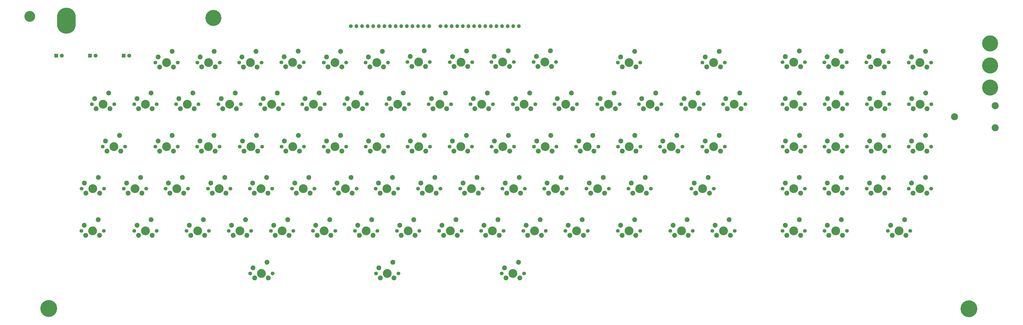
<source format=gbr>
%TF.GenerationSoftware,KiCad,Pcbnew,8.0.7*%
%TF.CreationDate,2025-01-29T20:52:19+00:00*%
%TF.ProjectId,Master-Keyboard_MX,4d617374-6572-42d4-9b65-79626f617264,rev?*%
%TF.SameCoordinates,Original*%
%TF.FileFunction,Soldermask,Bot*%
%TF.FilePolarity,Negative*%
%FSLAX46Y46*%
G04 Gerber Fmt 4.6, Leading zero omitted, Abs format (unit mm)*
G04 Created by KiCad (PCBNEW 8.0.7) date 2025-01-29 20:52:19*
%MOMM*%
%LPD*%
G01*
G04 APERTURE LIST*
%ADD10C,3.650000*%
%ADD11C,0.000000*%
%ADD12C,2.450000*%
%ADD13C,3.850000*%
%ADD14C,1.700000*%
%ADD15C,4.000000*%
%ADD16C,2.200000*%
%ADD17R,1.800000X1.800000*%
%ADD18C,1.800000*%
%ADD19O,1.700000X1.700000*%
%ADD20C,3.200000*%
G04 APERTURE END LIST*
D10*
X481775000Y-214800000D02*
G75*
G02*
X478125000Y-214800000I-1825000J0D01*
G01*
X478125000Y-214800000D02*
G75*
G02*
X481775000Y-214800000I1825000J0D01*
G01*
D11*
G36*
X56848421Y-192843700D02*
G01*
X56848421Y-192843700D01*
G75*
G02*
X65306847Y-192843700I4229213J0D01*
G01*
X65306847Y-196143700D01*
G75*
G02*
X56848421Y-196143700I-4229213J0D01*
G01*
X56848421Y-192843700D01*
G37*
D12*
X45700000Y-192550000D02*
G75*
G02*
X43250000Y-192550000I-1225000J0D01*
G01*
X43250000Y-192550000D02*
G75*
G02*
X45700000Y-192550000I1225000J0D01*
G01*
D13*
X472275000Y-325075000D02*
G75*
G02*
X468425000Y-325075000I-1925000J0D01*
G01*
X468425000Y-325075000D02*
G75*
G02*
X472275000Y-325075000I1925000J0D01*
G01*
D10*
X481775000Y-204800000D02*
G75*
G02*
X478125000Y-204800000I-1825000J0D01*
G01*
X478125000Y-204800000D02*
G75*
G02*
X481775000Y-204800000I1825000J0D01*
G01*
X129575000Y-193250000D02*
G75*
G02*
X125925000Y-193250000I-1825000J0D01*
G01*
X125925000Y-193250000D02*
G75*
G02*
X129575000Y-193250000I1825000J0D01*
G01*
D13*
X55000000Y-324950000D02*
G75*
G02*
X51150000Y-324950000I-1925000J0D01*
G01*
X51150000Y-324950000D02*
G75*
G02*
X55000000Y-324950000I1925000J0D01*
G01*
D10*
X481775000Y-224800000D02*
G75*
G02*
X478125000Y-224800000I-1825000J0D01*
G01*
X478125000Y-224800000D02*
G75*
G02*
X481775000Y-224800000I1825000J0D01*
G01*
D14*
%TO.C,SW60*%
X139655000Y-251600000D03*
D15*
X144735000Y-251600000D03*
D14*
X149815000Y-251600000D03*
D16*
X147275000Y-246520000D03*
X147855000Y-253590000D03*
X140925000Y-249060000D03*
X141625000Y-253590000D03*
%TD*%
D14*
%TO.C,SW55*%
X101435000Y-251600000D03*
D15*
X106515000Y-251600000D03*
D14*
X111595000Y-251600000D03*
D16*
X109055000Y-246520000D03*
X109635000Y-253590000D03*
X102705000Y-249060000D03*
X103405000Y-253590000D03*
%TD*%
D14*
%TO.C,SW45*%
X334900000Y-289785000D03*
D15*
X339980000Y-289785000D03*
D14*
X345060000Y-289785000D03*
D16*
X342520000Y-284705000D03*
X343100000Y-291775000D03*
X336170000Y-287245000D03*
X336870000Y-291775000D03*
%TD*%
D14*
%TO.C,SW1*%
X72635000Y-232390000D03*
D15*
X77715000Y-232390000D03*
D14*
X82795000Y-232390000D03*
D16*
X80255000Y-227310000D03*
X80835000Y-234380000D03*
X73905000Y-229850000D03*
X74605000Y-234380000D03*
%TD*%
D14*
%TO.C,SW41*%
X277755000Y-270635000D03*
D15*
X282835000Y-270635000D03*
D14*
X287915000Y-270635000D03*
D16*
X285375000Y-265555000D03*
X285955000Y-272625000D03*
X279025000Y-268095000D03*
X279725000Y-272625000D03*
%TD*%
D14*
%TO.C,SW90*%
X144455000Y-309105000D03*
D15*
X149535000Y-309105000D03*
D14*
X154615000Y-309105000D03*
D16*
X152075000Y-304025000D03*
X152655000Y-311095000D03*
X145725000Y-306565000D03*
X146425000Y-311095000D03*
%TD*%
D14*
%TO.C,SW82*%
X339920000Y-232390000D03*
D15*
X345000000Y-232390000D03*
D14*
X350080000Y-232390000D03*
D16*
X347540000Y-227310000D03*
X348120000Y-234380000D03*
X341190000Y-229850000D03*
X341890000Y-234380000D03*
%TD*%
D14*
%TO.C,SW88*%
X385815000Y-232390000D03*
D15*
X390895000Y-232390000D03*
D14*
X395975000Y-232390000D03*
D16*
X393435000Y-227310000D03*
X394015000Y-234380000D03*
X387085000Y-229850000D03*
X387785000Y-234380000D03*
%TD*%
D14*
%TO.C,SW14*%
X77545000Y-251600000D03*
D15*
X82625000Y-251600000D03*
D14*
X87705000Y-251600000D03*
D16*
X85165000Y-246520000D03*
X85745000Y-253590000D03*
X78815000Y-249060000D03*
X79515000Y-253590000D03*
%TD*%
D14*
%TO.C,SW36*%
X196875000Y-251600000D03*
D15*
X201955000Y-251600000D03*
D14*
X207035000Y-251600000D03*
D16*
X204495000Y-246520000D03*
X205075000Y-253590000D03*
X198145000Y-249060000D03*
X198845000Y-253590000D03*
%TD*%
D14*
%TO.C,SW30*%
X106075000Y-270635000D03*
D15*
X111155000Y-270635000D03*
D14*
X116235000Y-270635000D03*
D16*
X113695000Y-265555000D03*
X114275000Y-272625000D03*
X107345000Y-268095000D03*
X108045000Y-272625000D03*
%TD*%
D14*
%TO.C,SW87*%
X424070000Y-232390000D03*
D15*
X429150000Y-232390000D03*
D14*
X434230000Y-232390000D03*
D16*
X431690000Y-227310000D03*
X432270000Y-234380000D03*
X425340000Y-229850000D03*
X426040000Y-234380000D03*
%TD*%
D17*
%TO.C,D15*%
X71820000Y-210345000D03*
D18*
X74360000Y-210345000D03*
%TD*%
D14*
%TO.C,SW16*%
X201455000Y-309105000D03*
D15*
X206535000Y-309105000D03*
D14*
X211615000Y-309105000D03*
D16*
X209075000Y-304025000D03*
X209655000Y-311095000D03*
X202725000Y-306565000D03*
X203425000Y-311095000D03*
%TD*%
D14*
%TO.C,SW37*%
X210985000Y-289785000D03*
D15*
X216065000Y-289785000D03*
D14*
X221145000Y-289785000D03*
D16*
X218605000Y-284705000D03*
X219185000Y-291775000D03*
X212255000Y-287245000D03*
X212955000Y-291775000D03*
%TD*%
D14*
%TO.C,SW21*%
X268295000Y-289785000D03*
D15*
X273375000Y-289785000D03*
D14*
X278455000Y-289785000D03*
D16*
X275915000Y-284705000D03*
X276495000Y-291775000D03*
X269565000Y-287245000D03*
X270265000Y-291775000D03*
%TD*%
D14*
%TO.C,SW38*%
X220525000Y-270635000D03*
D15*
X225605000Y-270635000D03*
D14*
X230685000Y-270635000D03*
D16*
X228145000Y-265555000D03*
X228725000Y-272625000D03*
X221795000Y-268095000D03*
X222495000Y-272625000D03*
%TD*%
D14*
%TO.C,SW67*%
X177800000Y-213440000D03*
D15*
X182880000Y-213440000D03*
D14*
X187960000Y-213440000D03*
D16*
X185420000Y-208360000D03*
X186000000Y-215430000D03*
X179070000Y-210900000D03*
X179770000Y-215430000D03*
%TD*%
D14*
%TO.C,PL1*%
X190040000Y-197000000D03*
D19*
X192580000Y-197000000D03*
X195120000Y-197000000D03*
X197660000Y-197000000D03*
X200200000Y-197000000D03*
X202740000Y-197000000D03*
X205280000Y-197000000D03*
X207820000Y-197000000D03*
X210360000Y-197000000D03*
X212900000Y-197000000D03*
X215440000Y-197000000D03*
X217980000Y-197000000D03*
X220520000Y-197000000D03*
X223060000Y-197000000D03*
X225600000Y-197000000D03*
%TD*%
D14*
%TO.C,SW20*%
X249185000Y-289785000D03*
D15*
X254265000Y-289785000D03*
D14*
X259345000Y-289785000D03*
D16*
X256805000Y-284705000D03*
X257385000Y-291775000D03*
X250455000Y-287245000D03*
X251155000Y-291775000D03*
%TD*%
D14*
%TO.C,SW39*%
X258805000Y-270635000D03*
D15*
X263885000Y-270635000D03*
D14*
X268965000Y-270635000D03*
D16*
X266425000Y-265555000D03*
X267005000Y-272625000D03*
X260075000Y-268095000D03*
X260775000Y-272625000D03*
%TD*%
D14*
%TO.C,SW10*%
X358810000Y-232390000D03*
D15*
X363890000Y-232390000D03*
D14*
X368970000Y-232390000D03*
D16*
X366430000Y-227310000D03*
X367010000Y-234380000D03*
X360080000Y-229850000D03*
X360780000Y-234380000D03*
%TD*%
D14*
%TO.C,SW8*%
X272920000Y-213230000D03*
D15*
X278000000Y-213230000D03*
D14*
X283080000Y-213230000D03*
D16*
X280540000Y-208150000D03*
X281120000Y-215220000D03*
X274190000Y-210690000D03*
X274890000Y-215220000D03*
%TD*%
D14*
%TO.C,SW23*%
X353970000Y-289785000D03*
D15*
X359050000Y-289785000D03*
D14*
X364130000Y-289785000D03*
D16*
X361590000Y-284705000D03*
X362170000Y-291775000D03*
X355240000Y-287245000D03*
X355940000Y-291775000D03*
%TD*%
D14*
%TO.C,SW64*%
X168020000Y-232390000D03*
D15*
X173100000Y-232390000D03*
D14*
X178180000Y-232390000D03*
D16*
X175640000Y-227310000D03*
X176220000Y-234380000D03*
X169290000Y-229850000D03*
X169990000Y-234380000D03*
%TD*%
D14*
%TO.C,SW32*%
X134715000Y-289785000D03*
D15*
X139795000Y-289785000D03*
D14*
X144875000Y-289785000D03*
D16*
X142335000Y-284705000D03*
X142915000Y-291775000D03*
X135985000Y-287245000D03*
X136685000Y-291775000D03*
%TD*%
D14*
%TO.C,SW27*%
X67885000Y-289785000D03*
D15*
X72965000Y-289785000D03*
D14*
X78045000Y-289785000D03*
D16*
X75505000Y-284705000D03*
X76085000Y-291775000D03*
X69155000Y-287245000D03*
X69855000Y-291775000D03*
%TD*%
D14*
%TO.C,PL2*%
X230720000Y-197000000D03*
D19*
X233260000Y-197000000D03*
X235800000Y-197000000D03*
X238340000Y-197000000D03*
X240880000Y-197000000D03*
X243420000Y-197000000D03*
X245960000Y-197000000D03*
X248500000Y-197000000D03*
X251040000Y-197000000D03*
X253580000Y-197000000D03*
X256120000Y-197000000D03*
X258660000Y-197000000D03*
X261200000Y-197000000D03*
X263740000Y-197000000D03*
X266280000Y-197000000D03*
%TD*%
D14*
%TO.C,SW75*%
X263525000Y-232390000D03*
D15*
X268605000Y-232390000D03*
D14*
X273685000Y-232390000D03*
D16*
X271145000Y-227310000D03*
X271725000Y-234380000D03*
X264795000Y-229850000D03*
X265495000Y-234380000D03*
%TD*%
D14*
%TO.C,SW26*%
X423995000Y-270635000D03*
D15*
X429075000Y-270635000D03*
D14*
X434155000Y-270635000D03*
D16*
X431615000Y-265555000D03*
X432195000Y-272625000D03*
X425265000Y-268095000D03*
X425965000Y-272625000D03*
%TD*%
D14*
%TO.C,SW69*%
X234875000Y-251600000D03*
D15*
X239955000Y-251600000D03*
D14*
X245035000Y-251600000D03*
D16*
X242495000Y-246520000D03*
X243075000Y-253590000D03*
X236145000Y-249060000D03*
X236845000Y-253590000D03*
%TD*%
D14*
%TO.C,SW58*%
X130000000Y-232390000D03*
D15*
X135080000Y-232390000D03*
D14*
X140160000Y-232390000D03*
D16*
X137620000Y-227310000D03*
X138200000Y-234380000D03*
X131270000Y-229850000D03*
X131970000Y-234380000D03*
%TD*%
D17*
%TO.C,D17*%
X56500000Y-210345000D03*
D18*
X59040000Y-210345000D03*
%TD*%
D14*
%TO.C,SW79*%
X301860000Y-232390000D03*
D15*
X306940000Y-232390000D03*
D14*
X312020000Y-232390000D03*
D16*
X309480000Y-227310000D03*
X310060000Y-234380000D03*
X303130000Y-229850000D03*
X303830000Y-234380000D03*
%TD*%
D14*
%TO.C,SW76*%
X282460000Y-232390000D03*
D15*
X287540000Y-232390000D03*
D14*
X292620000Y-232390000D03*
D16*
X290080000Y-227310000D03*
X290660000Y-234380000D03*
X283730000Y-229850000D03*
X284430000Y-234380000D03*
%TD*%
D14*
%TO.C,SW63*%
X177805000Y-251600000D03*
D15*
X182885000Y-251600000D03*
D14*
X187965000Y-251600000D03*
D16*
X185425000Y-246520000D03*
X186005000Y-253590000D03*
X179075000Y-249060000D03*
X179775000Y-253590000D03*
%TD*%
D14*
%TO.C,SW40*%
X239680000Y-270635000D03*
D15*
X244760000Y-270635000D03*
D14*
X249840000Y-270635000D03*
D16*
X247300000Y-265555000D03*
X247880000Y-272625000D03*
X240950000Y-268095000D03*
X241650000Y-272625000D03*
%TD*%
D14*
%TO.C,SW68*%
X215845000Y-251600000D03*
D15*
X220925000Y-251600000D03*
D14*
X226005000Y-251600000D03*
D16*
X223465000Y-246520000D03*
X224045000Y-253590000D03*
X217115000Y-249060000D03*
X217815000Y-253590000D03*
%TD*%
D14*
%TO.C,SW54*%
X101420000Y-213490000D03*
D15*
X106500000Y-213490000D03*
D14*
X111580000Y-213490000D03*
D16*
X109040000Y-208410000D03*
X109620000Y-215480000D03*
X102690000Y-210950000D03*
X103390000Y-215480000D03*
%TD*%
D14*
%TO.C,SW3*%
X139405000Y-213515000D03*
D15*
X144485000Y-213515000D03*
D14*
X149565000Y-213515000D03*
D16*
X147025000Y-208435000D03*
X147605000Y-215505000D03*
X140675000Y-210975000D03*
X141375000Y-215505000D03*
%TD*%
D14*
%TO.C,SW89*%
X433595000Y-289785000D03*
D15*
X438675000Y-289785000D03*
D14*
X443755000Y-289785000D03*
D16*
X441215000Y-284705000D03*
X441795000Y-291775000D03*
X434865000Y-287245000D03*
X435565000Y-291775000D03*
%TD*%
D14*
%TO.C,SW50*%
X443030000Y-251600000D03*
D15*
X448110000Y-251600000D03*
D14*
X453190000Y-251600000D03*
D16*
X450650000Y-246520000D03*
X451230000Y-253590000D03*
X444300000Y-249060000D03*
X445000000Y-253590000D03*
%TD*%
D14*
%TO.C,SW13*%
X404825000Y-270635000D03*
D15*
X409905000Y-270635000D03*
D14*
X414985000Y-270635000D03*
D16*
X412445000Y-265555000D03*
X413025000Y-272625000D03*
X406095000Y-268095000D03*
X406795000Y-272625000D03*
%TD*%
D14*
%TO.C,SW28*%
X67965000Y-270635000D03*
D15*
X73045000Y-270635000D03*
D14*
X78125000Y-270635000D03*
D16*
X75585000Y-265555000D03*
X76165000Y-272625000D03*
X69235000Y-268095000D03*
X69935000Y-272625000D03*
%TD*%
D14*
%TO.C,SW9*%
X320740000Y-232390000D03*
D15*
X325820000Y-232390000D03*
D14*
X330900000Y-232390000D03*
D16*
X328360000Y-227310000D03*
X328940000Y-234380000D03*
X322010000Y-229850000D03*
X322710000Y-234380000D03*
%TD*%
D14*
%TO.C,SW24*%
X385815000Y-289785000D03*
D15*
X390895000Y-289785000D03*
D14*
X395975000Y-289785000D03*
D16*
X393435000Y-284705000D03*
X394015000Y-291775000D03*
X387085000Y-287245000D03*
X387785000Y-291775000D03*
%TD*%
D14*
%TO.C,SW78*%
X330240000Y-251600000D03*
D15*
X335320000Y-251600000D03*
D14*
X340400000Y-251600000D03*
D16*
X337860000Y-246520000D03*
X338440000Y-253590000D03*
X331510000Y-249060000D03*
X332210000Y-253590000D03*
%TD*%
D14*
%TO.C,SW62*%
X158625000Y-251600000D03*
D15*
X163705000Y-251600000D03*
D14*
X168785000Y-251600000D03*
D16*
X166245000Y-246520000D03*
X166825000Y-253590000D03*
X159895000Y-249060000D03*
X160595000Y-253590000D03*
%TD*%
D17*
%TO.C,D16*%
X87010000Y-210345000D03*
D18*
X89550000Y-210345000D03*
%TD*%
D14*
%TO.C,SW49*%
X443045000Y-213515000D03*
D15*
X448125000Y-213515000D03*
D14*
X453205000Y-213515000D03*
D16*
X450665000Y-208435000D03*
X451245000Y-215505000D03*
X444315000Y-210975000D03*
X445015000Y-215505000D03*
%TD*%
D14*
%TO.C,SW43*%
X315935000Y-270635000D03*
D15*
X321015000Y-270635000D03*
D14*
X326095000Y-270635000D03*
D16*
X323555000Y-265555000D03*
X324135000Y-272625000D03*
X317205000Y-268095000D03*
X317905000Y-272625000D03*
%TD*%
D20*
%TO.C,BT1*%
X482260000Y-233020000D03*
X482260000Y-243020000D03*
X463760000Y-238020000D03*
%TD*%
D14*
%TO.C,SW29*%
X125260000Y-270635000D03*
D15*
X130340000Y-270635000D03*
D14*
X135420000Y-270635000D03*
D16*
X132880000Y-265555000D03*
X133460000Y-272625000D03*
X126530000Y-268095000D03*
X127230000Y-272625000D03*
%TD*%
D14*
%TO.C,SW2*%
X120440000Y-213440000D03*
D15*
X125520000Y-213440000D03*
D14*
X130600000Y-213440000D03*
D16*
X128060000Y-208360000D03*
X128640000Y-215430000D03*
X121710000Y-210900000D03*
X122410000Y-215430000D03*
%TD*%
D14*
%TO.C,SW71*%
X253930000Y-251600000D03*
D15*
X259010000Y-251600000D03*
D14*
X264090000Y-251600000D03*
D16*
X261550000Y-246520000D03*
X262130000Y-253590000D03*
X255200000Y-249060000D03*
X255900000Y-253590000D03*
%TD*%
D14*
%TO.C,SW7*%
X253840000Y-213230000D03*
D15*
X258920000Y-213230000D03*
D14*
X264000000Y-213230000D03*
D16*
X261460000Y-208150000D03*
X262040000Y-215220000D03*
X255110000Y-210690000D03*
X255810000Y-215220000D03*
%TD*%
D14*
%TO.C,SW80*%
X349470000Y-213450000D03*
D15*
X354550000Y-213450000D03*
D14*
X359630000Y-213450000D03*
D16*
X357090000Y-208370000D03*
X357670000Y-215440000D03*
X350740000Y-210910000D03*
X351440000Y-215440000D03*
%TD*%
D14*
%TO.C,SW46*%
X344495000Y-270635000D03*
D15*
X349575000Y-270635000D03*
D14*
X354655000Y-270635000D03*
D16*
X352115000Y-265555000D03*
X352695000Y-272625000D03*
X345765000Y-268095000D03*
X346465000Y-272625000D03*
%TD*%
D14*
%TO.C,SW4*%
X158550000Y-213390000D03*
D15*
X163630000Y-213390000D03*
D14*
X168710000Y-213390000D03*
D16*
X166170000Y-208310000D03*
X166750000Y-215380000D03*
X159820000Y-210850000D03*
X160520000Y-215380000D03*
%TD*%
D14*
%TO.C,SW92*%
X91815000Y-289785000D03*
D15*
X96895000Y-289785000D03*
D14*
X101975000Y-289785000D03*
D16*
X99435000Y-284705000D03*
X100015000Y-291775000D03*
X93085000Y-287245000D03*
X93785000Y-291775000D03*
%TD*%
D14*
%TO.C,SW12*%
X404825000Y-251600000D03*
D15*
X409905000Y-251600000D03*
D14*
X414985000Y-251600000D03*
D16*
X412445000Y-246520000D03*
X413025000Y-253590000D03*
X406095000Y-249060000D03*
X406795000Y-253590000D03*
%TD*%
D14*
%TO.C,SW25*%
X385825000Y-270635000D03*
D15*
X390905000Y-270635000D03*
D14*
X395985000Y-270635000D03*
D16*
X393445000Y-265555000D03*
X394025000Y-272625000D03*
X387095000Y-268095000D03*
X387795000Y-272625000D03*
%TD*%
D14*
%TO.C,SW51*%
X443070000Y-270635000D03*
D15*
X448150000Y-270635000D03*
D14*
X453230000Y-270635000D03*
D16*
X450690000Y-265555000D03*
X451270000Y-272625000D03*
X444340000Y-268095000D03*
X445040000Y-272625000D03*
%TD*%
D14*
%TO.C,SW61*%
X149090000Y-232390000D03*
D15*
X154170000Y-232390000D03*
D14*
X159250000Y-232390000D03*
D16*
X156710000Y-227310000D03*
X157290000Y-234380000D03*
X150360000Y-229850000D03*
X151060000Y-234380000D03*
%TD*%
D14*
%TO.C,SW22*%
X287375000Y-289785000D03*
D15*
X292455000Y-289785000D03*
D14*
X297535000Y-289785000D03*
D16*
X294995000Y-284705000D03*
X295575000Y-291775000D03*
X288645000Y-287245000D03*
X289345000Y-291775000D03*
%TD*%
D14*
%TO.C,SW33*%
X182495000Y-270635000D03*
D15*
X187575000Y-270635000D03*
D14*
X192655000Y-270635000D03*
D16*
X190115000Y-265555000D03*
X190695000Y-272625000D03*
X183765000Y-268095000D03*
X184465000Y-272625000D03*
%TD*%
D14*
%TO.C,SW34*%
X163405000Y-270635000D03*
D15*
X168485000Y-270635000D03*
D14*
X173565000Y-270635000D03*
D16*
X171025000Y-265555000D03*
X171605000Y-272625000D03*
X164675000Y-268095000D03*
X165375000Y-272625000D03*
%TD*%
D14*
%TO.C,SW70*%
X225340000Y-232390000D03*
D15*
X230420000Y-232390000D03*
D14*
X235500000Y-232390000D03*
D16*
X232960000Y-227310000D03*
X233540000Y-234380000D03*
X226610000Y-229850000D03*
X227310000Y-234380000D03*
%TD*%
D14*
%TO.C,SW31*%
X153805000Y-289785000D03*
D15*
X158885000Y-289785000D03*
D14*
X163965000Y-289785000D03*
D16*
X161425000Y-284705000D03*
X162005000Y-291775000D03*
X155075000Y-287245000D03*
X155775000Y-291775000D03*
%TD*%
D14*
%TO.C,SW15*%
X115550000Y-289785000D03*
D15*
X120630000Y-289785000D03*
D14*
X125710000Y-289785000D03*
D16*
X123170000Y-284705000D03*
X123750000Y-291775000D03*
X116820000Y-287245000D03*
X117520000Y-291775000D03*
%TD*%
D14*
%TO.C,SW48*%
X423865000Y-213395000D03*
D15*
X428945000Y-213395000D03*
D14*
X434025000Y-213395000D03*
D16*
X431485000Y-208315000D03*
X432065000Y-215385000D03*
X425135000Y-210855000D03*
X425835000Y-215385000D03*
%TD*%
D14*
%TO.C,SW18*%
X191950000Y-289785000D03*
D15*
X197030000Y-289785000D03*
D14*
X202110000Y-289785000D03*
D16*
X199570000Y-284705000D03*
X200150000Y-291775000D03*
X193220000Y-287245000D03*
X193920000Y-291775000D03*
%TD*%
D14*
%TO.C,SW42*%
X292145000Y-251600000D03*
D15*
X297225000Y-251600000D03*
D14*
X302305000Y-251600000D03*
D16*
X299765000Y-246520000D03*
X300345000Y-253590000D03*
X293415000Y-249060000D03*
X294115000Y-253590000D03*
%TD*%
D14*
%TO.C,SW5*%
X196720000Y-213470000D03*
D15*
X201800000Y-213470000D03*
D14*
X206880000Y-213470000D03*
D16*
X204340000Y-208390000D03*
X204920000Y-215460000D03*
X197990000Y-210930000D03*
X198690000Y-215460000D03*
%TD*%
D14*
%TO.C,SW11*%
X385875000Y-251600000D03*
D15*
X390955000Y-251600000D03*
D14*
X396035000Y-251600000D03*
D16*
X393495000Y-246520000D03*
X394075000Y-253590000D03*
X387145000Y-249060000D03*
X387845000Y-253590000D03*
%TD*%
D14*
%TO.C,SW86*%
X404750000Y-213370000D03*
D15*
X409830000Y-213370000D03*
D14*
X414910000Y-213370000D03*
D16*
X412370000Y-208290000D03*
X412950000Y-215360000D03*
X406020000Y-210830000D03*
X406720000Y-215360000D03*
%TD*%
D14*
%TO.C,SW72*%
X244355000Y-232390000D03*
D15*
X249435000Y-232390000D03*
D14*
X254515000Y-232390000D03*
D16*
X251975000Y-227310000D03*
X252555000Y-234380000D03*
X245625000Y-229850000D03*
X246325000Y-234380000D03*
%TD*%
D14*
%TO.C,SW66*%
X206205000Y-232390000D03*
D15*
X211285000Y-232390000D03*
D14*
X216365000Y-232390000D03*
D16*
X213825000Y-227310000D03*
X214405000Y-234380000D03*
X207475000Y-229850000D03*
X208175000Y-234380000D03*
%TD*%
D14*
%TO.C,SW47*%
X443150000Y-232390000D03*
D15*
X448230000Y-232390000D03*
D14*
X453310000Y-232390000D03*
D16*
X450770000Y-227310000D03*
X451350000Y-234380000D03*
X444420000Y-229850000D03*
X445120000Y-234380000D03*
%TD*%
D14*
%TO.C,SW17*%
X172840000Y-289785000D03*
D15*
X177920000Y-289785000D03*
D14*
X183000000Y-289785000D03*
D16*
X180460000Y-284705000D03*
X181040000Y-291775000D03*
X174110000Y-287245000D03*
X174810000Y-291775000D03*
%TD*%
D14*
%TO.C,SW44*%
X296925000Y-270635000D03*
D15*
X302005000Y-270635000D03*
D14*
X307085000Y-270635000D03*
D16*
X304545000Y-265555000D03*
X305125000Y-272625000D03*
X298195000Y-268095000D03*
X298895000Y-272625000D03*
%TD*%
D14*
%TO.C,SW95*%
X311180000Y-213460000D03*
D15*
X316260000Y-213460000D03*
D14*
X321340000Y-213460000D03*
D16*
X318800000Y-208380000D03*
X319380000Y-215450000D03*
X312450000Y-210920000D03*
X313150000Y-215450000D03*
%TD*%
D14*
%TO.C,SW81*%
X349475000Y-251600000D03*
D15*
X354555000Y-251600000D03*
D14*
X359635000Y-251600000D03*
D16*
X357095000Y-246520000D03*
X357675000Y-253590000D03*
X350745000Y-249060000D03*
X351445000Y-253590000D03*
%TD*%
D14*
%TO.C,SW53*%
X91815000Y-232390000D03*
D15*
X96895000Y-232390000D03*
D14*
X101975000Y-232390000D03*
D16*
X99435000Y-227310000D03*
X100015000Y-234380000D03*
X93085000Y-229850000D03*
X93785000Y-234380000D03*
%TD*%
D14*
%TO.C,SW52*%
X404825000Y-289785000D03*
D15*
X409905000Y-289785000D03*
D14*
X414985000Y-289785000D03*
D16*
X412445000Y-284705000D03*
X413025000Y-291775000D03*
X406095000Y-287245000D03*
X406795000Y-291775000D03*
%TD*%
D14*
%TO.C,SW73*%
X234900000Y-213270000D03*
D15*
X239980000Y-213270000D03*
D14*
X245060000Y-213270000D03*
D16*
X242520000Y-208190000D03*
X243100000Y-215260000D03*
X236170000Y-210730000D03*
X236870000Y-215260000D03*
%TD*%
D14*
%TO.C,SW59*%
X144295000Y-270635000D03*
D15*
X149375000Y-270635000D03*
D14*
X154455000Y-270635000D03*
D16*
X151915000Y-265555000D03*
X152495000Y-272625000D03*
X145565000Y-268095000D03*
X146265000Y-272625000D03*
%TD*%
D14*
%TO.C,SW85*%
X424045000Y-251600000D03*
D15*
X429125000Y-251600000D03*
D14*
X434205000Y-251600000D03*
D16*
X431665000Y-246520000D03*
X432245000Y-253590000D03*
X425315000Y-249060000D03*
X426015000Y-253590000D03*
%TD*%
D14*
%TO.C,SW94*%
X311110000Y-289785000D03*
D15*
X316190000Y-289785000D03*
D14*
X321270000Y-289785000D03*
D16*
X318730000Y-284705000D03*
X319310000Y-291775000D03*
X312380000Y-287245000D03*
X313080000Y-291775000D03*
%TD*%
D14*
%TO.C,SW93*%
X87095000Y-270635000D03*
D15*
X92175000Y-270635000D03*
D14*
X97255000Y-270635000D03*
D16*
X94715000Y-265555000D03*
X95295000Y-272625000D03*
X88365000Y-268095000D03*
X89065000Y-272625000D03*
%TD*%
D14*
%TO.C,SW77*%
X311190000Y-251600000D03*
D15*
X316270000Y-251600000D03*
D14*
X321350000Y-251600000D03*
D16*
X318810000Y-246520000D03*
X319390000Y-253590000D03*
X312460000Y-249060000D03*
X313160000Y-253590000D03*
%TD*%
D14*
%TO.C,SW35*%
X201365000Y-270635000D03*
D15*
X206445000Y-270635000D03*
D14*
X211525000Y-270635000D03*
D16*
X208985000Y-265555000D03*
X209565000Y-272625000D03*
X202635000Y-268095000D03*
X203335000Y-272625000D03*
%TD*%
D14*
%TO.C,SW83*%
X385835000Y-213345000D03*
D15*
X390915000Y-213345000D03*
D14*
X395995000Y-213345000D03*
D16*
X393455000Y-208265000D03*
X394035000Y-215335000D03*
X387105000Y-210805000D03*
X387805000Y-215335000D03*
%TD*%
D14*
%TO.C,SW6*%
X215760000Y-213230000D03*
D15*
X220840000Y-213230000D03*
D14*
X225920000Y-213230000D03*
D16*
X223380000Y-208150000D03*
X223960000Y-215220000D03*
X217030000Y-210690000D03*
X217730000Y-215220000D03*
%TD*%
D14*
%TO.C,SW56*%
X110805000Y-232390000D03*
D15*
X115885000Y-232390000D03*
D14*
X120965000Y-232390000D03*
D16*
X118425000Y-227310000D03*
X119005000Y-234380000D03*
X112075000Y-229850000D03*
X112775000Y-234380000D03*
%TD*%
D14*
%TO.C,SW19*%
X230140000Y-289785000D03*
D15*
X235220000Y-289785000D03*
D14*
X240300000Y-289785000D03*
D16*
X237760000Y-284705000D03*
X238340000Y-291775000D03*
X231410000Y-287245000D03*
X232110000Y-291775000D03*
%TD*%
D14*
%TO.C,SW91*%
X258455000Y-309105000D03*
D15*
X263535000Y-309105000D03*
D14*
X268615000Y-309105000D03*
D16*
X266075000Y-304025000D03*
X266655000Y-311095000D03*
X259725000Y-306565000D03*
X260425000Y-311095000D03*
%TD*%
D14*
%TO.C,SW84*%
X404920000Y-232390000D03*
D15*
X410000000Y-232390000D03*
D14*
X415080000Y-232390000D03*
D16*
X412540000Y-227310000D03*
X413120000Y-234380000D03*
X406190000Y-229850000D03*
X406890000Y-234380000D03*
%TD*%
D14*
%TO.C,SW65*%
X187230000Y-232390000D03*
D15*
X192310000Y-232390000D03*
D14*
X197390000Y-232390000D03*
D16*
X194850000Y-227310000D03*
X195430000Y-234380000D03*
X188500000Y-229850000D03*
X189200000Y-234380000D03*
%TD*%
D14*
%TO.C,SW57*%
X120350000Y-251600000D03*
D15*
X125430000Y-251600000D03*
D14*
X130510000Y-251600000D03*
D16*
X127970000Y-246520000D03*
X128550000Y-253590000D03*
X121620000Y-249060000D03*
X122320000Y-253590000D03*
%TD*%
D14*
%TO.C,SW74*%
X273135000Y-251600000D03*
D15*
X278215000Y-251600000D03*
D14*
X283295000Y-251600000D03*
D16*
X280755000Y-246520000D03*
X281335000Y-253590000D03*
X274405000Y-249060000D03*
X275105000Y-253590000D03*
%TD*%
M02*

</source>
